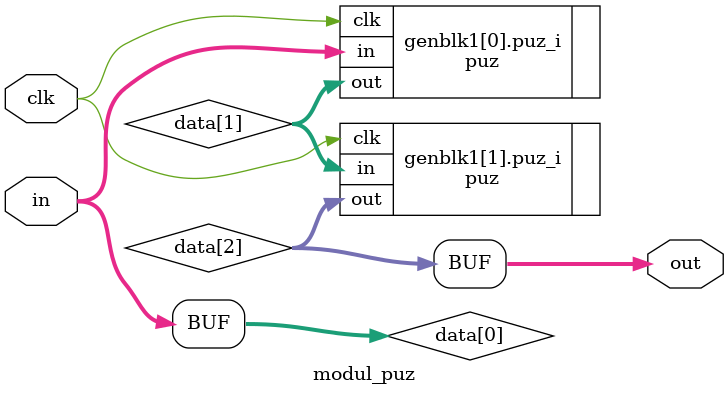
<source format=v>
`timescale 1ns / 1ps


module modul_puz #(
    
    parameter N = 8,
    parameter DELAY = 2
)
(
    
    input clk,
    input [N-1 : 0] in,
    output [N-1 : 0] out
);

    wire [N-1 : 0] data [DELAY : 0];
    
    genvar i;
    generate
        
        for(i = 0; i < DELAY; i = i+1)
        begin
            
            puz #(
                
                .N(N)
            )
            puz_i(
                
                .clk(clk),
                .in(data[i]),
                .out(data[i+1])
            );
        end
    endgenerate
    
    assign data[0] = in;
    assign out = data[DELAY];
endmodule

</source>
